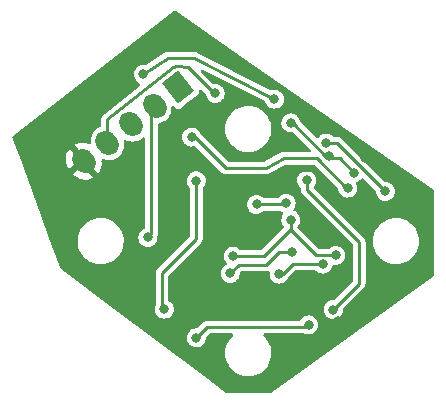
<source format=gbl>
G04 #@! TF.GenerationSoftware,KiCad,Pcbnew,6.0.2+dfsg-1*
G04 #@! TF.CreationDate,2023-01-26T22:51:51-08:00*
G04 #@! TF.ProjectId,rp2040_encoder,72703230-3430-45f6-956e-636f6465722e,rev?*
G04 #@! TF.SameCoordinates,Original*
G04 #@! TF.FileFunction,Copper,L2,Bot*
G04 #@! TF.FilePolarity,Positive*
%FSLAX46Y46*%
G04 Gerber Fmt 4.6, Leading zero omitted, Abs format (unit mm)*
G04 Created by KiCad (PCBNEW 6.0.2+dfsg-1) date 2023-01-26 22:51:51*
%MOMM*%
%LPD*%
G01*
G04 APERTURE LIST*
G04 Aperture macros list*
%AMHorizOval*
0 Thick line with rounded ends*
0 $1 width*
0 $2 $3 position (X,Y) of the first rounded end (center of the circle)*
0 $4 $5 position (X,Y) of the second rounded end (center of the circle)*
0 Add line between two ends*
20,1,$1,$2,$3,$4,$5,0*
0 Add two circle primitives to create the rounded ends*
1,1,$1,$2,$3*
1,1,$1,$4,$5*%
%AMRotRect*
0 Rectangle, with rotation*
0 The origin of the aperture is its center*
0 $1 length*
0 $2 width*
0 $3 Rotation angle, in degrees counterclockwise*
0 Add horizontal line*
21,1,$1,$2,0,0,$3*%
G04 Aperture macros list end*
G04 #@! TA.AperFunction,ComponentPad*
%ADD10RotRect,1.740000X2.200000X218.000000*%
G04 #@! TD*
G04 #@! TA.AperFunction,ComponentPad*
%ADD11HorizOval,1.740000X-0.141602X0.181242X0.141602X-0.181242X0*%
G04 #@! TD*
G04 #@! TA.AperFunction,ViaPad*
%ADD12C,0.800000*%
G04 #@! TD*
G04 #@! TA.AperFunction,Conductor*
%ADD13C,0.250000*%
G04 #@! TD*
G04 APERTURE END LIST*
D10*
X144080000Y-87000000D03*
D11*
X142078453Y-88563780D03*
X140076905Y-90127560D03*
X138075358Y-91691340D03*
X136073811Y-93255121D03*
D12*
X143000000Y-94600000D03*
X143744053Y-107212911D03*
X158912299Y-98087701D03*
X153000000Y-94200000D03*
X159900000Y-93000000D03*
X142800000Y-90800000D03*
X144200000Y-99500000D03*
X146100000Y-102175500D03*
X148597062Y-87384013D03*
X153400000Y-92024500D03*
X157600000Y-106800000D03*
X156100000Y-95250000D03*
X140700000Y-92300000D03*
X157546241Y-103335406D03*
X144931127Y-103355725D03*
X153200000Y-96800000D03*
X150700000Y-96900000D03*
X141500000Y-99700000D03*
X145200000Y-91200000D03*
X158407788Y-95517547D03*
X153600000Y-98200000D03*
X141100000Y-85900000D03*
X152212299Y-87987701D03*
X157400000Y-101200000D03*
X148722259Y-101270984D03*
X152604500Y-102804500D03*
X156323132Y-101953210D03*
X147200000Y-87500000D03*
X161600000Y-95800000D03*
X156600000Y-91700000D03*
X148462498Y-102736246D03*
X153700000Y-100900000D03*
X157200000Y-105800000D03*
X154950000Y-94850000D03*
X145600000Y-108200000D03*
X155100000Y-107100000D03*
X158987701Y-94212299D03*
X156800000Y-92800000D03*
X153600000Y-90000000D03*
X142893039Y-105759789D03*
X145600000Y-94900000D03*
D13*
X156100000Y-95250000D02*
X156100000Y-94400000D01*
X153200000Y-94000000D02*
X153000000Y-94200000D01*
X156100000Y-94400000D02*
X155700000Y-94000000D01*
X155700000Y-94000000D02*
X153200000Y-94000000D01*
X153200000Y-96800000D02*
X153100000Y-96900000D01*
X153100000Y-96900000D02*
X150700000Y-96900000D01*
X158407788Y-95517547D02*
X158312043Y-95517547D01*
X148100000Y-93800000D02*
X145500000Y-91200000D01*
X141800000Y-99400000D02*
X141800000Y-88842233D01*
X155794496Y-93000000D02*
X153000000Y-93000000D01*
X141500000Y-99700000D02*
X141800000Y-99400000D01*
X153000000Y-93000000D02*
X151500000Y-93800000D01*
X141863780Y-88563780D02*
X142078453Y-88563780D01*
X145500000Y-91200000D02*
X145200000Y-91200000D01*
X141800000Y-88842233D02*
X142078453Y-88563780D01*
X158312043Y-95517547D02*
X155794496Y-93000000D01*
X151500000Y-93800000D02*
X148100000Y-93800000D01*
X155700000Y-101200000D02*
X153600000Y-99100000D01*
X148722259Y-101270984D02*
X148751275Y-101300000D01*
X151300000Y-101300000D02*
X153600000Y-99000000D01*
X145400000Y-84500000D02*
X143200000Y-84500000D01*
X153600000Y-99000000D02*
X153600000Y-98200000D01*
X152212299Y-87987701D02*
X145400000Y-84500000D01*
X157400000Y-101200000D02*
X155700000Y-101200000D01*
X153600000Y-99100000D02*
X153600000Y-98200000D01*
X143200000Y-84500000D02*
X141100000Y-85900000D01*
X148751275Y-101300000D02*
X151300000Y-101300000D01*
X156323132Y-101953210D02*
X153746790Y-101953210D01*
X153746790Y-101953210D02*
X152900000Y-102800000D01*
X138075358Y-89700000D02*
X138075358Y-91691340D01*
X138075358Y-89700000D02*
X143600000Y-85300000D01*
X152900000Y-102800000D02*
X152604500Y-102800000D01*
X152604500Y-102800000D02*
X152600000Y-102804500D01*
X147100000Y-87500000D02*
X144873043Y-85273043D01*
X144000000Y-85200000D02*
X144873043Y-85273043D01*
X143600000Y-85300000D02*
X144000000Y-85200000D01*
X147200000Y-87500000D02*
X147100000Y-87500000D01*
X156600000Y-91700000D02*
X157500000Y-91700000D01*
X157500000Y-91700000D02*
X161600000Y-95800000D01*
X152600000Y-100900000D02*
X151500000Y-102000000D01*
X153700000Y-100900000D02*
X152600000Y-100900000D01*
X151500000Y-102000000D02*
X149198744Y-102000000D01*
X149198744Y-102000000D02*
X148462498Y-102736246D01*
X159400000Y-103600000D02*
X157200000Y-105800000D01*
X154950000Y-94850000D02*
X154950000Y-95650000D01*
X159400000Y-100100000D02*
X159400000Y-103600000D01*
X154950000Y-95650000D02*
X159400000Y-100100000D01*
X146500000Y-107300000D02*
X145600000Y-108200000D01*
X154900000Y-107300000D02*
X146500000Y-107300000D01*
X155100000Y-107100000D02*
X154900000Y-107300000D01*
X157725882Y-92950480D02*
X156700480Y-92950480D01*
X156700480Y-92950480D02*
X153750000Y-90000000D01*
X153750000Y-90000000D02*
X153600000Y-90000000D01*
X158987701Y-94212299D02*
X157725882Y-92950480D01*
X145600000Y-94900000D02*
X145600000Y-99800000D01*
X142700000Y-102700000D02*
X142700000Y-105566750D01*
X142700000Y-105566750D02*
X142893039Y-105759789D01*
X145600000Y-99800000D02*
X142700000Y-102700000D01*
G04 #@! TA.AperFunction,Conductor*
G36*
X143825709Y-80539920D02*
G01*
X143838659Y-80547774D01*
X150436475Y-85113227D01*
X165695696Y-95672064D01*
X165740332Y-95727274D01*
X165750000Y-95775677D01*
X165750000Y-102830132D01*
X165729998Y-102898253D01*
X165697489Y-102932481D01*
X151904209Y-112836349D01*
X151830720Y-112860000D01*
X148175465Y-112860000D01*
X148107344Y-112839998D01*
X148099820Y-112834766D01*
X146255864Y-111450500D01*
X141910948Y-108188753D01*
X144794514Y-108188753D01*
X144795201Y-108195760D01*
X144795201Y-108195763D01*
X144796285Y-108206817D01*
X144812039Y-108367486D01*
X144814262Y-108374168D01*
X144814262Y-108374169D01*
X144847685Y-108474642D01*
X144868726Y-108537896D01*
X144961759Y-108691512D01*
X144966648Y-108696575D01*
X144966649Y-108696576D01*
X144996584Y-108727574D01*
X145086514Y-108820699D01*
X145236789Y-108919036D01*
X145405116Y-108981636D01*
X145412097Y-108982567D01*
X145412099Y-108982568D01*
X145576149Y-109004457D01*
X145576153Y-109004457D01*
X145583130Y-109005388D01*
X145590142Y-109004750D01*
X145590146Y-109004750D01*
X145754960Y-108989751D01*
X145754961Y-108989751D01*
X145761981Y-108989112D01*
X145932782Y-108933615D01*
X145963714Y-108915176D01*
X146080992Y-108845265D01*
X146080994Y-108845264D01*
X146087044Y-108841657D01*
X146217099Y-108717807D01*
X146234570Y-108691512D01*
X146312582Y-108574093D01*
X146316483Y-108568222D01*
X146331168Y-108529564D01*
X146377757Y-108406919D01*
X146377758Y-108406914D01*
X146380257Y-108400336D01*
X146385859Y-108360476D01*
X146404700Y-108226416D01*
X146404700Y-108226411D01*
X146405251Y-108222493D01*
X146405565Y-108200000D01*
X146405165Y-108196435D01*
X146421799Y-108127498D01*
X146441901Y-108101268D01*
X146680764Y-107862405D01*
X146743076Y-107828379D01*
X146769859Y-107825500D01*
X148612924Y-107825500D01*
X148681045Y-107845502D01*
X148727538Y-107899158D01*
X148737642Y-107969432D01*
X148708148Y-108034012D01*
X148701333Y-108041276D01*
X148533171Y-108206817D01*
X148365594Y-108426396D01*
X148230627Y-108667396D01*
X148229023Y-108671541D01*
X148229022Y-108671544D01*
X148208967Y-108723384D01*
X148130964Y-108925009D01*
X148129961Y-108929334D01*
X148129960Y-108929339D01*
X148112549Y-109004457D01*
X148068593Y-109194095D01*
X148044759Y-109469285D01*
X148045003Y-109473720D01*
X148045003Y-109473724D01*
X148048384Y-109535147D01*
X148059938Y-109745087D01*
X148113825Y-110015999D01*
X148205347Y-110276616D01*
X148332678Y-110521737D01*
X148335261Y-110525352D01*
X148335265Y-110525358D01*
X148372272Y-110577144D01*
X148493275Y-110746471D01*
X148683936Y-110946335D01*
X148687431Y-110949091D01*
X148687433Y-110949092D01*
X148735469Y-110986960D01*
X148900856Y-111117341D01*
X148962559Y-111153181D01*
X149135853Y-111253839D01*
X149135859Y-111253842D01*
X149139707Y-111256077D01*
X149395723Y-111359774D01*
X149400036Y-111360845D01*
X149400041Y-111360847D01*
X149659475Y-111425291D01*
X149659480Y-111425292D01*
X149663796Y-111426364D01*
X149668224Y-111426818D01*
X149668226Y-111426818D01*
X149743339Y-111434514D01*
X149899370Y-111450500D01*
X150070362Y-111450500D01*
X150275530Y-111435973D01*
X150279885Y-111435035D01*
X150279888Y-111435035D01*
X150541215Y-111378773D01*
X150541217Y-111378773D01*
X150545562Y-111377837D01*
X150804709Y-111282233D01*
X150853185Y-111256077D01*
X151043884Y-111153181D01*
X151047800Y-111151068D01*
X151269984Y-110986960D01*
X151466829Y-110793183D01*
X151634406Y-110573604D01*
X151769373Y-110332604D01*
X151869036Y-110074991D01*
X151931407Y-109805905D01*
X151955241Y-109530715D01*
X151954997Y-109526276D01*
X151940307Y-109259356D01*
X151940306Y-109259349D01*
X151940062Y-109254913D01*
X151886175Y-108984001D01*
X151794653Y-108723384D01*
X151667322Y-108478263D01*
X151664739Y-108474648D01*
X151664735Y-108474642D01*
X151509313Y-108257150D01*
X151509310Y-108257146D01*
X151506725Y-108253529D01*
X151316064Y-108053665D01*
X151312571Y-108050912D01*
X151312563Y-108050904D01*
X151311984Y-108050448D01*
X151311843Y-108050249D01*
X151309272Y-108047910D01*
X151309783Y-108047349D01*
X151270872Y-107992566D01*
X151267580Y-107921646D01*
X151303153Y-107860204D01*
X151366297Y-107827748D01*
X151389992Y-107825500D01*
X154731498Y-107825500D01*
X154775418Y-107833402D01*
X154905116Y-107881636D01*
X154912097Y-107882567D01*
X154912099Y-107882568D01*
X155076149Y-107904457D01*
X155076153Y-107904457D01*
X155083130Y-107905388D01*
X155090142Y-107904750D01*
X155090146Y-107904750D01*
X155254960Y-107889751D01*
X155254961Y-107889751D01*
X155261981Y-107889112D01*
X155432782Y-107833615D01*
X155446395Y-107825500D01*
X155580992Y-107745265D01*
X155580994Y-107745264D01*
X155587044Y-107741657D01*
X155717099Y-107617807D01*
X155816483Y-107468222D01*
X155844225Y-107395191D01*
X155877757Y-107306919D01*
X155877758Y-107306914D01*
X155880257Y-107300336D01*
X155905251Y-107122493D01*
X155905565Y-107100000D01*
X155885546Y-106921528D01*
X155862376Y-106854991D01*
X155840617Y-106792509D01*
X155826485Y-106751927D01*
X155731316Y-106599625D01*
X155653726Y-106521492D01*
X155609733Y-106477190D01*
X155609729Y-106477187D01*
X155604770Y-106472193D01*
X155593761Y-106465206D01*
X155529708Y-106424557D01*
X155453136Y-106375963D01*
X155423352Y-106365357D01*
X155290586Y-106318081D01*
X155290581Y-106318080D01*
X155283951Y-106315719D01*
X155276965Y-106314886D01*
X155276961Y-106314885D01*
X155123411Y-106296576D01*
X155105624Y-106294455D01*
X155098621Y-106295191D01*
X155098620Y-106295191D01*
X154934025Y-106312490D01*
X154934021Y-106312491D01*
X154927017Y-106313227D01*
X154920346Y-106315498D01*
X154763677Y-106368832D01*
X154763674Y-106368833D01*
X154757007Y-106371103D01*
X154751009Y-106374793D01*
X154751007Y-106374794D01*
X154684628Y-106415631D01*
X154604045Y-106465206D01*
X154599014Y-106470132D01*
X154599011Y-106470135D01*
X154578933Y-106489797D01*
X154475732Y-106590859D01*
X154471915Y-106596782D01*
X154394597Y-106716756D01*
X154340882Y-106763180D01*
X154288686Y-106774500D01*
X146514426Y-106774500D01*
X146509149Y-106774389D01*
X146508553Y-106774364D01*
X146450081Y-106771913D01*
X146441715Y-106773875D01*
X146441716Y-106773875D01*
X146409908Y-106781335D01*
X146398238Y-106783498D01*
X146357354Y-106789099D01*
X146349474Y-106792509D01*
X146344649Y-106794597D01*
X146323380Y-106801631D01*
X146318271Y-106802829D01*
X146318269Y-106802830D01*
X146309907Y-106804791D01*
X146302381Y-106808929D01*
X146302377Y-106808930D01*
X146273747Y-106824670D01*
X146263102Y-106829886D01*
X146225217Y-106846280D01*
X146218540Y-106851687D01*
X146214460Y-106854991D01*
X146195870Y-106867483D01*
X146183737Y-106874153D01*
X146175995Y-106880836D01*
X146152791Y-106904040D01*
X146142991Y-106912865D01*
X146113325Y-106936888D01*
X146103194Y-106951144D01*
X146089587Y-106967244D01*
X145698473Y-107358358D01*
X145636161Y-107392384D01*
X145610570Y-107395045D01*
X145605624Y-107394455D01*
X145598621Y-107395191D01*
X145598620Y-107395191D01*
X145434025Y-107412490D01*
X145434021Y-107412491D01*
X145427017Y-107413227D01*
X145420346Y-107415498D01*
X145263677Y-107468832D01*
X145263674Y-107468833D01*
X145257007Y-107471103D01*
X145104045Y-107565206D01*
X145099014Y-107570132D01*
X145099011Y-107570135D01*
X145056326Y-107611936D01*
X144975732Y-107690859D01*
X144971913Y-107696784D01*
X144971912Y-107696786D01*
X144888962Y-107825500D01*
X144878446Y-107841817D01*
X144876037Y-107848437D01*
X144876035Y-107848440D01*
X144855647Y-107904457D01*
X144817022Y-108010578D01*
X144794514Y-108188753D01*
X141910948Y-108188753D01*
X138660385Y-105748542D01*
X142087553Y-105748542D01*
X142088240Y-105755549D01*
X142088240Y-105755552D01*
X142094416Y-105818532D01*
X142105078Y-105927275D01*
X142107301Y-105933957D01*
X142107301Y-105933958D01*
X142131572Y-106006919D01*
X142161765Y-106097685D01*
X142165412Y-106103707D01*
X142204484Y-106168222D01*
X142254798Y-106251301D01*
X142259687Y-106256364D01*
X142259688Y-106256365D01*
X142316201Y-106314885D01*
X142379553Y-106380488D01*
X142529828Y-106478825D01*
X142698155Y-106541425D01*
X142705136Y-106542356D01*
X142705138Y-106542357D01*
X142869188Y-106564246D01*
X142869192Y-106564246D01*
X142876169Y-106565177D01*
X142883181Y-106564539D01*
X142883185Y-106564539D01*
X143047999Y-106549540D01*
X143048000Y-106549540D01*
X143055020Y-106548901D01*
X143225821Y-106493404D01*
X143250278Y-106478825D01*
X143374031Y-106405054D01*
X143374033Y-106405053D01*
X143380083Y-106401446D01*
X143510138Y-106277596D01*
X143527609Y-106251301D01*
X143605621Y-106133882D01*
X143609522Y-106128011D01*
X143655521Y-106006919D01*
X143670796Y-105966708D01*
X143670797Y-105966703D01*
X143673296Y-105960125D01*
X143678898Y-105920265D01*
X143697739Y-105786205D01*
X143697739Y-105786200D01*
X143698290Y-105782282D01*
X143698604Y-105759789D01*
X143678585Y-105581317D01*
X143672465Y-105563741D01*
X143652475Y-105506338D01*
X143619524Y-105411716D01*
X143610284Y-105396928D01*
X143528088Y-105265388D01*
X143524355Y-105259414D01*
X143427137Y-105161515D01*
X143402772Y-105136979D01*
X143402768Y-105136976D01*
X143397809Y-105131982D01*
X143283985Y-105059747D01*
X143237187Y-105006359D01*
X143225500Y-104953363D01*
X143225500Y-102969859D01*
X143245502Y-102901738D01*
X143262405Y-102880764D01*
X143418170Y-102724999D01*
X147657012Y-102724999D01*
X147657699Y-102732006D01*
X147657699Y-102732009D01*
X147658773Y-102742961D01*
X147674537Y-102903732D01*
X147676760Y-102910414D01*
X147676760Y-102910415D01*
X147685632Y-102937084D01*
X147731224Y-103074142D01*
X147734871Y-103080164D01*
X147794482Y-103178593D01*
X147824257Y-103227758D01*
X147949012Y-103356945D01*
X148099287Y-103455282D01*
X148267614Y-103517882D01*
X148274595Y-103518813D01*
X148274597Y-103518814D01*
X148438647Y-103540703D01*
X148438651Y-103540703D01*
X148445628Y-103541634D01*
X148452640Y-103540996D01*
X148452644Y-103540996D01*
X148617458Y-103525997D01*
X148617459Y-103525997D01*
X148624479Y-103525358D01*
X148795280Y-103469861D01*
X148863730Y-103429057D01*
X148943490Y-103381511D01*
X148943492Y-103381510D01*
X148949542Y-103377903D01*
X149079597Y-103254053D01*
X149097068Y-103227758D01*
X149175080Y-103110339D01*
X149178981Y-103104468D01*
X149226768Y-102978669D01*
X149240255Y-102943165D01*
X149240256Y-102943160D01*
X149242755Y-102936582D01*
X149256164Y-102841170D01*
X149267198Y-102762662D01*
X149267198Y-102762657D01*
X149267749Y-102758739D01*
X149268063Y-102736246D01*
X149267663Y-102732681D01*
X149284297Y-102663744D01*
X149304399Y-102637514D01*
X149379508Y-102562405D01*
X149441820Y-102528379D01*
X149468603Y-102525500D01*
X151485565Y-102525500D01*
X151490842Y-102525611D01*
X151549919Y-102528087D01*
X151590105Y-102518662D01*
X151601771Y-102516500D01*
X151634136Y-102512067D01*
X151634138Y-102512066D01*
X151642646Y-102510901D01*
X151650528Y-102507490D01*
X151658802Y-102505180D01*
X151659774Y-102508661D01*
X151713514Y-102502026D01*
X151777493Y-102532803D01*
X151814676Y-102593284D01*
X151818102Y-102642152D01*
X151799014Y-102793253D01*
X151816539Y-102971986D01*
X151818762Y-102978668D01*
X151818762Y-102978669D01*
X151864605Y-103116479D01*
X151873226Y-103142396D01*
X151876873Y-103148418D01*
X151940848Y-103254053D01*
X151966259Y-103296012D01*
X151971148Y-103301075D01*
X151971149Y-103301076D01*
X152028827Y-103360803D01*
X152091014Y-103425199D01*
X152241289Y-103523536D01*
X152409616Y-103586136D01*
X152416597Y-103587067D01*
X152416599Y-103587068D01*
X152580649Y-103608957D01*
X152580653Y-103608957D01*
X152587630Y-103609888D01*
X152594642Y-103609250D01*
X152594646Y-103609250D01*
X152759460Y-103594251D01*
X152759461Y-103594251D01*
X152766481Y-103593612D01*
X152937282Y-103538115D01*
X152969660Y-103518814D01*
X153085492Y-103449765D01*
X153085494Y-103449764D01*
X153091544Y-103446157D01*
X153221599Y-103322307D01*
X153239070Y-103296012D01*
X153284719Y-103227303D01*
X153320983Y-103172722D01*
X153342348Y-103116479D01*
X153371041Y-103072128D01*
X153927554Y-102515615D01*
X153989866Y-102481589D01*
X154016649Y-102478710D01*
X155664229Y-102478710D01*
X155732350Y-102498712D01*
X155754866Y-102517183D01*
X155809646Y-102573909D01*
X155959921Y-102672246D01*
X156128248Y-102734846D01*
X156135229Y-102735777D01*
X156135231Y-102735778D01*
X156299281Y-102757667D01*
X156299285Y-102757667D01*
X156306262Y-102758598D01*
X156313274Y-102757960D01*
X156313278Y-102757960D01*
X156478092Y-102742961D01*
X156478093Y-102742961D01*
X156485113Y-102742322D01*
X156655914Y-102686825D01*
X156694633Y-102663744D01*
X156804124Y-102598475D01*
X156804126Y-102598474D01*
X156810176Y-102594867D01*
X156940231Y-102471017D01*
X156945604Y-102462931D01*
X157020165Y-102350707D01*
X157039615Y-102321432D01*
X157077320Y-102222173D01*
X157100889Y-102160129D01*
X157100890Y-102160124D01*
X157103389Y-102153546D01*
X157111563Y-102095382D01*
X157140851Y-102030709D01*
X157200454Y-101992135D01*
X157253000Y-101988025D01*
X157282536Y-101991966D01*
X157376149Y-102004457D01*
X157376153Y-102004457D01*
X157383130Y-102005388D01*
X157390142Y-102004750D01*
X157390146Y-102004750D01*
X157554960Y-101989751D01*
X157554961Y-101989751D01*
X157561981Y-101989112D01*
X157732782Y-101933615D01*
X157826351Y-101877837D01*
X157880992Y-101845265D01*
X157880994Y-101845264D01*
X157887044Y-101841657D01*
X158017099Y-101717807D01*
X158116483Y-101568222D01*
X158134535Y-101520699D01*
X158177757Y-101406919D01*
X158177758Y-101406914D01*
X158180257Y-101400336D01*
X158194876Y-101296314D01*
X158204700Y-101226416D01*
X158204700Y-101226411D01*
X158205251Y-101222493D01*
X158205565Y-101200000D01*
X158185546Y-101021528D01*
X158126485Y-100851927D01*
X158079426Y-100776616D01*
X158035049Y-100705599D01*
X158031316Y-100699625D01*
X157911663Y-100579134D01*
X157909733Y-100577190D01*
X157909729Y-100577187D01*
X157904770Y-100572193D01*
X157893761Y-100565206D01*
X157822831Y-100520193D01*
X157753136Y-100475963D01*
X157723352Y-100465357D01*
X157590586Y-100418081D01*
X157590581Y-100418080D01*
X157583951Y-100415719D01*
X157576965Y-100414886D01*
X157576961Y-100414885D01*
X157449177Y-100399648D01*
X157405624Y-100394455D01*
X157398621Y-100395191D01*
X157398620Y-100395191D01*
X157234025Y-100412490D01*
X157234021Y-100412491D01*
X157227017Y-100413227D01*
X157220346Y-100415498D01*
X157063677Y-100468832D01*
X157063674Y-100468833D01*
X157057007Y-100471103D01*
X157051009Y-100474793D01*
X157051007Y-100474794D01*
X157031274Y-100486934D01*
X156904045Y-100565206D01*
X156829173Y-100638526D01*
X156766510Y-100671894D01*
X156741018Y-100674500D01*
X155969859Y-100674500D01*
X155901738Y-100654498D01*
X155880764Y-100637595D01*
X154177207Y-98934038D01*
X154143181Y-98871726D01*
X154148246Y-98800911D01*
X154179410Y-98753698D01*
X154211995Y-98722668D01*
X154211997Y-98722666D01*
X154217099Y-98717807D01*
X154316483Y-98568222D01*
X154337445Y-98513040D01*
X154377757Y-98406919D01*
X154377758Y-98406914D01*
X154380257Y-98400336D01*
X154385859Y-98360476D01*
X154404700Y-98226416D01*
X154404700Y-98226411D01*
X154405251Y-98222493D01*
X154405565Y-98200000D01*
X154385546Y-98021528D01*
X154326485Y-97851927D01*
X154231316Y-97699625D01*
X154153726Y-97621492D01*
X154109733Y-97577190D01*
X154109729Y-97577187D01*
X154104770Y-97572193D01*
X153953136Y-97475963D01*
X153910079Y-97460631D01*
X153852615Y-97418937D01*
X153826814Y-97352795D01*
X153840869Y-97283203D01*
X153847397Y-97272205D01*
X153912582Y-97174093D01*
X153916483Y-97168222D01*
X153931168Y-97129564D01*
X153977757Y-97006919D01*
X153977758Y-97006914D01*
X153980257Y-97000336D01*
X154005251Y-96822493D01*
X154005565Y-96800000D01*
X153985546Y-96621528D01*
X153979926Y-96605388D01*
X153954932Y-96533615D01*
X153926485Y-96451927D01*
X153888326Y-96390859D01*
X153835049Y-96305599D01*
X153831316Y-96299625D01*
X153712267Y-96179742D01*
X153709733Y-96177190D01*
X153709729Y-96177187D01*
X153704770Y-96172193D01*
X153693761Y-96165206D01*
X153614467Y-96114885D01*
X153553136Y-96075963D01*
X153523352Y-96065357D01*
X153390586Y-96018081D01*
X153390581Y-96018080D01*
X153383951Y-96015719D01*
X153376965Y-96014886D01*
X153376961Y-96014885D01*
X153249177Y-95999648D01*
X153205624Y-95994455D01*
X153198621Y-95995191D01*
X153198620Y-95995191D01*
X153034025Y-96012490D01*
X153034021Y-96012491D01*
X153027017Y-96013227D01*
X153020346Y-96015498D01*
X152863677Y-96068832D01*
X152863674Y-96068833D01*
X152857007Y-96071103D01*
X152851009Y-96074793D01*
X152851007Y-96074794D01*
X152785840Y-96114885D01*
X152704045Y-96165206D01*
X152699014Y-96170132D01*
X152699011Y-96170135D01*
X152693060Y-96175963D01*
X152575732Y-96290859D01*
X152571915Y-96296782D01*
X152559043Y-96316756D01*
X152505328Y-96363180D01*
X152453132Y-96374500D01*
X151358815Y-96374500D01*
X151290694Y-96354498D01*
X151269410Y-96337284D01*
X151209738Y-96277195D01*
X151209734Y-96277192D01*
X151204770Y-96272193D01*
X151193761Y-96265206D01*
X151142575Y-96232723D01*
X151053136Y-96175963D01*
X151006071Y-96159204D01*
X150890586Y-96118081D01*
X150890581Y-96118080D01*
X150883951Y-96115719D01*
X150876965Y-96114886D01*
X150876961Y-96114885D01*
X150749177Y-96099648D01*
X150705624Y-96094455D01*
X150698621Y-96095191D01*
X150698620Y-96095191D01*
X150534025Y-96112490D01*
X150534021Y-96112491D01*
X150527017Y-96113227D01*
X150520346Y-96115498D01*
X150363677Y-96168832D01*
X150363674Y-96168833D01*
X150357007Y-96171103D01*
X150351009Y-96174793D01*
X150351007Y-96174794D01*
X150280526Y-96218154D01*
X150204045Y-96265206D01*
X150199014Y-96270132D01*
X150199011Y-96270135D01*
X150162797Y-96305599D01*
X150075732Y-96390859D01*
X150071913Y-96396784D01*
X150071912Y-96396786D01*
X150036376Y-96451927D01*
X149978446Y-96541817D01*
X149976037Y-96548437D01*
X149976035Y-96548440D01*
X149963953Y-96581636D01*
X149917022Y-96710578D01*
X149894514Y-96888753D01*
X149912039Y-97067486D01*
X149968726Y-97237896D01*
X150061759Y-97391512D01*
X150066648Y-97396575D01*
X150066649Y-97396576D01*
X150088243Y-97418937D01*
X150186514Y-97520699D01*
X150336789Y-97619036D01*
X150505116Y-97681636D01*
X150512097Y-97682567D01*
X150512099Y-97682568D01*
X150676149Y-97704457D01*
X150676153Y-97704457D01*
X150683130Y-97705388D01*
X150690142Y-97704750D01*
X150690146Y-97704750D01*
X150854960Y-97689751D01*
X150854961Y-97689751D01*
X150861981Y-97689112D01*
X151032782Y-97633615D01*
X151119695Y-97581805D01*
X151180992Y-97545265D01*
X151180994Y-97545264D01*
X151187044Y-97541657D01*
X151272525Y-97460254D01*
X151335651Y-97427762D01*
X151359418Y-97425500D01*
X152656289Y-97425500D01*
X152725282Y-97446068D01*
X152836789Y-97519036D01*
X152884553Y-97536799D01*
X152891310Y-97539312D01*
X152948186Y-97581805D01*
X152973060Y-97648301D01*
X152958035Y-97717690D01*
X152953301Y-97725665D01*
X152878446Y-97841817D01*
X152817022Y-98010578D01*
X152794514Y-98188753D01*
X152795201Y-98195760D01*
X152795201Y-98195763D01*
X152796005Y-98203963D01*
X152812039Y-98367486D01*
X152814262Y-98374168D01*
X152814262Y-98374169D01*
X152860458Y-98513040D01*
X152868726Y-98537896D01*
X152961759Y-98691512D01*
X152966655Y-98696582D01*
X152975750Y-98706000D01*
X153008683Y-98768896D01*
X153002383Y-98839613D01*
X152974209Y-98882622D01*
X151119236Y-100737595D01*
X151056924Y-100771621D01*
X151030141Y-100774500D01*
X149409888Y-100774500D01*
X149341767Y-100754498D01*
X149320482Y-100737284D01*
X149231992Y-100648174D01*
X149231988Y-100648171D01*
X149227029Y-100643177D01*
X149218234Y-100637595D01*
X149169119Y-100606426D01*
X149075395Y-100546947D01*
X149045611Y-100536341D01*
X148912845Y-100489065D01*
X148912840Y-100489064D01*
X148906210Y-100486703D01*
X148899224Y-100485870D01*
X148899220Y-100485869D01*
X148771436Y-100470632D01*
X148727883Y-100465439D01*
X148720880Y-100466175D01*
X148720879Y-100466175D01*
X148556284Y-100483474D01*
X148556280Y-100483475D01*
X148549276Y-100484211D01*
X148542605Y-100486482D01*
X148385936Y-100539816D01*
X148385933Y-100539817D01*
X148379266Y-100542087D01*
X148373268Y-100545777D01*
X148373266Y-100545778D01*
X148333681Y-100570131D01*
X148226304Y-100636190D01*
X148221273Y-100641116D01*
X148221270Y-100641119D01*
X148214066Y-100648174D01*
X148097991Y-100761843D01*
X148094172Y-100767768D01*
X148094171Y-100767770D01*
X148008955Y-100900000D01*
X148000705Y-100912801D01*
X147998296Y-100919421D01*
X147998294Y-100919424D01*
X147969993Y-100997182D01*
X147939281Y-101081562D01*
X147916773Y-101259737D01*
X147917460Y-101266744D01*
X147917460Y-101266747D01*
X147920052Y-101293183D01*
X147934298Y-101438470D01*
X147936521Y-101445152D01*
X147936521Y-101445153D01*
X147984232Y-101588578D01*
X147990985Y-101608880D01*
X147994632Y-101614902D01*
X148080131Y-101756077D01*
X148084018Y-101762496D01*
X148088907Y-101767559D01*
X148088908Y-101767560D01*
X148136712Y-101817062D01*
X148169644Y-101879958D01*
X148163344Y-101950675D01*
X148119812Y-102006759D01*
X148112108Y-102011900D01*
X147966543Y-102101452D01*
X147961512Y-102106378D01*
X147961509Y-102106381D01*
X147920467Y-102146573D01*
X147838230Y-102227105D01*
X147834411Y-102233030D01*
X147834410Y-102233032D01*
X147744763Y-102372137D01*
X147740944Y-102378063D01*
X147738535Y-102384683D01*
X147738533Y-102384686D01*
X147715637Y-102447594D01*
X147679520Y-102546824D01*
X147657012Y-102724999D01*
X143418170Y-102724999D01*
X144608630Y-101534540D01*
X145961377Y-100181793D01*
X145965186Y-100178140D01*
X146002385Y-100143934D01*
X146008712Y-100138116D01*
X146030458Y-100103044D01*
X146037178Y-100093266D01*
X146056934Y-100067238D01*
X146056935Y-100067237D01*
X146062127Y-100060396D01*
X146067222Y-100047526D01*
X146077286Y-100027518D01*
X146084582Y-100015750D01*
X146086977Y-100007507D01*
X146086980Y-100007500D01*
X146096101Y-99976107D01*
X146099945Y-99964880D01*
X146111968Y-99934513D01*
X146111969Y-99934511D01*
X146115129Y-99926528D01*
X146116026Y-99917991D01*
X146116028Y-99917984D01*
X146116577Y-99912761D01*
X146120888Y-99890784D01*
X146122911Y-99883822D01*
X146122911Y-99883820D01*
X146124751Y-99877488D01*
X146125500Y-99867288D01*
X146125500Y-99834462D01*
X146126190Y-99821291D01*
X146129281Y-99791881D01*
X146130179Y-99783339D01*
X146128660Y-99774354D01*
X146127264Y-99766103D01*
X146125500Y-99745091D01*
X146125500Y-95559039D01*
X146145502Y-95490918D01*
X146164604Y-95467797D01*
X146217099Y-95417807D01*
X146316483Y-95268222D01*
X146337115Y-95213908D01*
X146377757Y-95106919D01*
X146377758Y-95106914D01*
X146380257Y-95100336D01*
X146383151Y-95079742D01*
X146404700Y-94926416D01*
X146404700Y-94926411D01*
X146405251Y-94922493D01*
X146405565Y-94900000D01*
X146398695Y-94838753D01*
X154144514Y-94838753D01*
X154145201Y-94845760D01*
X154145201Y-94845763D01*
X154150104Y-94895763D01*
X154162039Y-95017486D01*
X154164262Y-95024168D01*
X154164262Y-95024169D01*
X154215165Y-95177190D01*
X154218726Y-95187896D01*
X154222373Y-95193918D01*
X154270929Y-95274093D01*
X154311759Y-95341512D01*
X154316648Y-95346575D01*
X154316649Y-95346576D01*
X154389137Y-95421639D01*
X154422069Y-95484535D01*
X154424500Y-95509166D01*
X154424500Y-95635565D01*
X154424389Y-95640841D01*
X154421913Y-95699919D01*
X154431337Y-95740097D01*
X154433500Y-95751771D01*
X154436775Y-95775677D01*
X154439099Y-95792646D01*
X154442510Y-95800527D01*
X154442510Y-95800529D01*
X154444595Y-95805347D01*
X154451627Y-95826610D01*
X154452828Y-95831729D01*
X154454790Y-95840093D01*
X154474681Y-95876275D01*
X154479888Y-95886905D01*
X154496280Y-95924783D01*
X154501686Y-95931459D01*
X154501687Y-95931461D01*
X154504992Y-95935542D01*
X154517480Y-95954126D01*
X154524153Y-95966263D01*
X154530836Y-95974005D01*
X154554040Y-95997209D01*
X154562865Y-96007009D01*
X154586888Y-96036675D01*
X154601144Y-96046806D01*
X154617244Y-96060413D01*
X158837595Y-100280765D01*
X158871621Y-100343077D01*
X158874500Y-100369860D01*
X158874500Y-103330140D01*
X158854498Y-103398261D01*
X158837595Y-103419235D01*
X157298473Y-104958358D01*
X157236161Y-104992383D01*
X157210570Y-104995045D01*
X157205624Y-104994455D01*
X157198621Y-104995191D01*
X157198620Y-104995191D01*
X157034025Y-105012490D01*
X157034021Y-105012491D01*
X157027017Y-105013227D01*
X157020346Y-105015498D01*
X156863677Y-105068832D01*
X156863674Y-105068833D01*
X156857007Y-105071103D01*
X156704045Y-105165206D01*
X156699014Y-105170132D01*
X156699011Y-105170135D01*
X156636883Y-105230976D01*
X156575732Y-105290859D01*
X156478446Y-105441817D01*
X156417022Y-105610578D01*
X156394514Y-105788753D01*
X156395201Y-105795760D01*
X156395201Y-105795763D01*
X156397434Y-105818532D01*
X156412039Y-105967486D01*
X156414262Y-105974168D01*
X156414262Y-105974169D01*
X156463247Y-106121424D01*
X156468726Y-106137896D01*
X156472373Y-106143918D01*
X156549776Y-106271725D01*
X156561759Y-106291512D01*
X156566648Y-106296575D01*
X156566649Y-106296576D01*
X156591844Y-106322666D01*
X156686514Y-106420699D01*
X156836789Y-106519036D01*
X157005116Y-106581636D01*
X157012097Y-106582567D01*
X157012099Y-106582568D01*
X157176149Y-106604457D01*
X157176153Y-106604457D01*
X157183130Y-106605388D01*
X157190142Y-106604750D01*
X157190146Y-106604750D01*
X157354960Y-106589751D01*
X157354961Y-106589751D01*
X157361981Y-106589112D01*
X157505877Y-106542357D01*
X157526082Y-106535792D01*
X157532782Y-106533615D01*
X157624694Y-106478825D01*
X157680992Y-106445265D01*
X157680994Y-106445264D01*
X157687044Y-106441657D01*
X157817099Y-106317807D01*
X157834570Y-106291512D01*
X157912582Y-106174093D01*
X157916483Y-106168222D01*
X157945815Y-106091006D01*
X157977757Y-106006919D01*
X157977758Y-106006914D01*
X157980257Y-106000336D01*
X158005251Y-105822493D01*
X158005565Y-105800000D01*
X158005165Y-105796435D01*
X158021799Y-105727498D01*
X158041901Y-105701268D01*
X159761364Y-103981805D01*
X159765173Y-103978152D01*
X159802385Y-103943934D01*
X159808712Y-103938116D01*
X159830465Y-103903032D01*
X159837182Y-103893260D01*
X159856935Y-103867236D01*
X159862128Y-103860395D01*
X159867224Y-103847524D01*
X159877292Y-103827507D01*
X159880056Y-103823049D01*
X159884582Y-103815750D01*
X159896094Y-103776126D01*
X159899939Y-103764897D01*
X159911968Y-103734514D01*
X159911968Y-103734512D01*
X159915130Y-103726527D01*
X159916577Y-103712758D01*
X159920890Y-103690776D01*
X159922908Y-103683830D01*
X159924751Y-103677488D01*
X159925500Y-103667288D01*
X159925500Y-103634471D01*
X159926190Y-103621300D01*
X159929282Y-103591882D01*
X159930180Y-103583338D01*
X159927265Y-103566104D01*
X159925500Y-103545091D01*
X159925500Y-100114426D01*
X159925611Y-100109149D01*
X159926072Y-100098154D01*
X159928087Y-100050081D01*
X159918665Y-100009908D01*
X159916502Y-99998239D01*
X159915887Y-99993747D01*
X159912536Y-99969285D01*
X160544759Y-99969285D01*
X160545003Y-99973720D01*
X160545003Y-99973724D01*
X160558437Y-100217807D01*
X160559938Y-100245087D01*
X160589649Y-100394455D01*
X160608468Y-100489065D01*
X160613825Y-100515999D01*
X160705347Y-100776616D01*
X160832678Y-101021737D01*
X160835261Y-101025352D01*
X160835265Y-101025358D01*
X160990687Y-101242850D01*
X160993275Y-101246471D01*
X161037836Y-101293183D01*
X161166169Y-101427710D01*
X161183936Y-101446335D01*
X161187431Y-101449091D01*
X161187433Y-101449092D01*
X161271838Y-101515631D01*
X161400856Y-101617341D01*
X161462559Y-101653181D01*
X161635853Y-101753839D01*
X161635859Y-101753842D01*
X161639707Y-101756077D01*
X161895723Y-101859774D01*
X161900036Y-101860845D01*
X161900041Y-101860847D01*
X162159475Y-101925291D01*
X162159480Y-101925292D01*
X162163796Y-101926364D01*
X162168224Y-101926818D01*
X162168226Y-101926818D01*
X162199362Y-101930008D01*
X162399370Y-101950500D01*
X162570362Y-101950500D01*
X162775530Y-101935973D01*
X162779885Y-101935035D01*
X162779888Y-101935035D01*
X163041215Y-101878773D01*
X163041217Y-101878773D01*
X163045562Y-101877837D01*
X163304709Y-101782233D01*
X163353185Y-101756077D01*
X163543884Y-101653181D01*
X163547800Y-101651068D01*
X163769984Y-101486960D01*
X163812099Y-101445502D01*
X163963648Y-101296314D01*
X163966829Y-101293183D01*
X164134406Y-101073604D01*
X164136584Y-101069715D01*
X164267197Y-100836490D01*
X164267198Y-100836487D01*
X164269373Y-100832604D01*
X164294456Y-100767770D01*
X164367433Y-100579134D01*
X164369036Y-100574991D01*
X164370163Y-100570131D01*
X164410689Y-100395289D01*
X164431407Y-100305905D01*
X164455241Y-100030715D01*
X164454819Y-100023046D01*
X164440307Y-99759356D01*
X164440306Y-99759349D01*
X164440062Y-99754913D01*
X164391896Y-99512761D01*
X164387043Y-99488364D01*
X164387042Y-99488362D01*
X164386175Y-99484001D01*
X164294653Y-99223384D01*
X164167322Y-98978263D01*
X164164739Y-98974648D01*
X164164735Y-98974642D01*
X164009313Y-98757150D01*
X164009310Y-98757146D01*
X164006725Y-98753529D01*
X163911395Y-98653597D01*
X163819136Y-98556885D01*
X163819134Y-98556883D01*
X163816064Y-98553665D01*
X163787589Y-98531217D01*
X163602639Y-98385414D01*
X163602637Y-98385413D01*
X163599144Y-98382659D01*
X163486609Y-98317294D01*
X163364147Y-98246161D01*
X163364141Y-98246158D01*
X163360293Y-98243923D01*
X163104277Y-98140226D01*
X163099964Y-98139155D01*
X163099959Y-98139153D01*
X162840525Y-98074709D01*
X162840520Y-98074708D01*
X162836204Y-98073636D01*
X162831776Y-98073182D01*
X162831774Y-98073182D01*
X162751573Y-98064965D01*
X162600630Y-98049500D01*
X162429638Y-98049500D01*
X162224470Y-98064027D01*
X162220115Y-98064965D01*
X162220112Y-98064965D01*
X161958785Y-98121227D01*
X161958783Y-98121227D01*
X161954438Y-98122163D01*
X161695291Y-98217767D01*
X161691373Y-98219881D01*
X161642668Y-98246161D01*
X161452200Y-98348932D01*
X161230016Y-98513040D01*
X161226837Y-98516169D01*
X161226834Y-98516172D01*
X161173960Y-98568222D01*
X161033171Y-98706817D01*
X160865594Y-98926396D01*
X160730627Y-99167396D01*
X160630964Y-99425009D01*
X160629961Y-99429334D01*
X160629960Y-99429339D01*
X160621164Y-99467288D01*
X160568593Y-99694095D01*
X160544759Y-99969285D01*
X159912536Y-99969285D01*
X159910901Y-99957354D01*
X159905403Y-99944649D01*
X159898369Y-99923380D01*
X159897171Y-99918271D01*
X159897170Y-99918269D01*
X159895209Y-99909907D01*
X159891071Y-99902381D01*
X159891070Y-99902377D01*
X159875330Y-99873747D01*
X159870114Y-99863102D01*
X159853720Y-99825217D01*
X159845009Y-99814460D01*
X159832515Y-99795867D01*
X159829029Y-99789525D01*
X159829028Y-99789524D01*
X159825847Y-99783737D01*
X159819164Y-99775995D01*
X159795960Y-99752791D01*
X159787134Y-99742990D01*
X159768518Y-99720001D01*
X159763112Y-99713325D01*
X159748856Y-99703194D01*
X159732756Y-99689587D01*
X155576950Y-95533781D01*
X155542924Y-95471469D01*
X155547989Y-95400654D01*
X155567120Y-95367821D01*
X155567099Y-95367807D01*
X155567339Y-95367446D01*
X155567340Y-95367444D01*
X155581539Y-95346074D01*
X155639639Y-95258625D01*
X155666483Y-95218222D01*
X155689199Y-95158423D01*
X155727757Y-95056919D01*
X155727758Y-95056914D01*
X155730257Y-95050336D01*
X155735239Y-95014885D01*
X155754700Y-94876416D01*
X155754700Y-94876411D01*
X155755251Y-94872493D01*
X155755403Y-94861576D01*
X155755510Y-94853963D01*
X155755510Y-94853956D01*
X155755565Y-94850000D01*
X155735546Y-94671528D01*
X155729427Y-94653955D01*
X155678803Y-94508584D01*
X155676485Y-94501927D01*
X155651852Y-94462505D01*
X155585049Y-94355599D01*
X155581316Y-94349625D01*
X155506177Y-94273960D01*
X155459733Y-94227190D01*
X155459729Y-94227187D01*
X155454770Y-94222193D01*
X155443761Y-94215206D01*
X155380081Y-94174794D01*
X155303136Y-94125963D01*
X155265299Y-94112490D01*
X155140586Y-94068081D01*
X155140581Y-94068080D01*
X155133951Y-94065719D01*
X155126965Y-94064886D01*
X155126961Y-94064885D01*
X154999177Y-94049648D01*
X154955624Y-94044455D01*
X154948621Y-94045191D01*
X154948620Y-94045191D01*
X154784025Y-94062490D01*
X154784021Y-94062491D01*
X154777017Y-94063227D01*
X154770346Y-94065498D01*
X154613677Y-94118832D01*
X154613674Y-94118833D01*
X154607007Y-94121103D01*
X154601009Y-94124793D01*
X154601007Y-94124794D01*
X154550754Y-94155710D01*
X154454045Y-94215206D01*
X154449014Y-94220132D01*
X154449011Y-94220135D01*
X154397953Y-94270135D01*
X154325732Y-94340859D01*
X154321913Y-94346784D01*
X154321912Y-94346786D01*
X154293509Y-94390859D01*
X154228446Y-94491817D01*
X154167022Y-94660578D01*
X154144514Y-94838753D01*
X146398695Y-94838753D01*
X146385546Y-94721528D01*
X146380788Y-94707863D01*
X146328803Y-94558584D01*
X146326485Y-94551927D01*
X146295242Y-94501927D01*
X146235049Y-94405599D01*
X146231316Y-94399625D01*
X146156963Y-94324751D01*
X146109733Y-94277190D01*
X146109729Y-94277187D01*
X146104770Y-94272193D01*
X146093761Y-94265206D01*
X145998391Y-94204683D01*
X145953136Y-94175963D01*
X145896259Y-94155710D01*
X145790586Y-94118081D01*
X145790581Y-94118080D01*
X145783951Y-94115719D01*
X145776965Y-94114886D01*
X145776961Y-94114885D01*
X145649177Y-94099648D01*
X145605624Y-94094455D01*
X145598621Y-94095191D01*
X145598620Y-94095191D01*
X145434025Y-94112490D01*
X145434021Y-94112491D01*
X145427017Y-94113227D01*
X145420346Y-94115498D01*
X145263677Y-94168832D01*
X145263674Y-94168833D01*
X145257007Y-94171103D01*
X145251009Y-94174793D01*
X145251007Y-94174794D01*
X145191318Y-94211515D01*
X145104045Y-94265206D01*
X145099014Y-94270132D01*
X145099011Y-94270135D01*
X145049055Y-94319056D01*
X144975732Y-94390859D01*
X144971913Y-94396784D01*
X144971912Y-94396786D01*
X144934171Y-94455349D01*
X144878446Y-94541817D01*
X144876037Y-94548437D01*
X144876035Y-94548440D01*
X144874766Y-94551927D01*
X144817022Y-94710578D01*
X144794514Y-94888753D01*
X144795201Y-94895760D01*
X144795201Y-94895763D01*
X144796005Y-94903963D01*
X144812039Y-95067486D01*
X144814262Y-95074168D01*
X144814262Y-95074169D01*
X144854097Y-95193918D01*
X144868726Y-95237896D01*
X144872373Y-95243918D01*
X144947403Y-95367807D01*
X144961759Y-95391512D01*
X144966648Y-95396575D01*
X144966649Y-95396576D01*
X145039137Y-95471639D01*
X145072069Y-95534535D01*
X145074500Y-95559166D01*
X145074500Y-99530141D01*
X145054498Y-99598262D01*
X145037595Y-99619236D01*
X142338636Y-102318195D01*
X142334827Y-102321848D01*
X142291288Y-102361884D01*
X142286760Y-102369187D01*
X142286759Y-102369188D01*
X142269543Y-102396955D01*
X142262820Y-102406737D01*
X142237872Y-102439604D01*
X142234710Y-102447591D01*
X142234708Y-102447594D01*
X142232772Y-102452483D01*
X142222713Y-102472484D01*
X142215418Y-102484250D01*
X142206048Y-102516500D01*
X142203905Y-102523877D01*
X142200060Y-102535105D01*
X142188033Y-102565484D01*
X142188032Y-102565487D01*
X142184871Y-102573472D01*
X142183974Y-102582009D01*
X142183972Y-102582016D01*
X142183423Y-102587239D01*
X142179112Y-102609215D01*
X142175249Y-102622512D01*
X142174500Y-102632712D01*
X142174500Y-102665539D01*
X142173810Y-102678710D01*
X142169821Y-102716662D01*
X142171253Y-102725128D01*
X142171253Y-102725131D01*
X142172736Y-102733898D01*
X142174500Y-102754910D01*
X142174500Y-105371105D01*
X142166901Y-105414199D01*
X142112472Y-105563741D01*
X142112471Y-105563746D01*
X142110061Y-105570367D01*
X142087553Y-105748542D01*
X138660385Y-105748542D01*
X134163812Y-102372946D01*
X134121313Y-102315975D01*
X134063543Y-102160129D01*
X133251419Y-99969285D01*
X135544759Y-99969285D01*
X135545003Y-99973720D01*
X135545003Y-99973724D01*
X135558437Y-100217807D01*
X135559938Y-100245087D01*
X135589649Y-100394455D01*
X135608468Y-100489065D01*
X135613825Y-100515999D01*
X135705347Y-100776616D01*
X135832678Y-101021737D01*
X135835261Y-101025352D01*
X135835265Y-101025358D01*
X135990687Y-101242850D01*
X135993275Y-101246471D01*
X136037836Y-101293183D01*
X136166169Y-101427710D01*
X136183936Y-101446335D01*
X136187431Y-101449091D01*
X136187433Y-101449092D01*
X136271838Y-101515631D01*
X136400856Y-101617341D01*
X136462559Y-101653181D01*
X136635853Y-101753839D01*
X136635859Y-101753842D01*
X136639707Y-101756077D01*
X136895723Y-101859774D01*
X136900036Y-101860845D01*
X136900041Y-101860847D01*
X137159475Y-101925291D01*
X137159480Y-101925292D01*
X137163796Y-101926364D01*
X137168224Y-101926818D01*
X137168226Y-101926818D01*
X137199362Y-101930008D01*
X137399370Y-101950500D01*
X137570362Y-101950500D01*
X137775530Y-101935973D01*
X137779885Y-101935035D01*
X137779888Y-101935035D01*
X138041215Y-101878773D01*
X138041217Y-101878773D01*
X138045562Y-101877837D01*
X138304709Y-101782233D01*
X138353185Y-101756077D01*
X138543884Y-101653181D01*
X138547800Y-101651068D01*
X138769984Y-101486960D01*
X138812099Y-101445502D01*
X138963648Y-101296314D01*
X138966829Y-101293183D01*
X139134406Y-101073604D01*
X139136584Y-101069715D01*
X139267197Y-100836490D01*
X139267198Y-100836487D01*
X139269373Y-100832604D01*
X139294456Y-100767770D01*
X139367433Y-100579134D01*
X139369036Y-100574991D01*
X139370163Y-100570131D01*
X139410689Y-100395289D01*
X139431407Y-100305905D01*
X139455241Y-100030715D01*
X139454819Y-100023046D01*
X139440307Y-99759356D01*
X139440306Y-99759349D01*
X139440062Y-99754913D01*
X139391896Y-99512761D01*
X139387043Y-99488364D01*
X139387042Y-99488362D01*
X139386175Y-99484001D01*
X139294653Y-99223384D01*
X139167322Y-98978263D01*
X139164739Y-98974648D01*
X139164735Y-98974642D01*
X139009313Y-98757150D01*
X139009310Y-98757146D01*
X139006725Y-98753529D01*
X138911395Y-98653597D01*
X138819136Y-98556885D01*
X138819134Y-98556883D01*
X138816064Y-98553665D01*
X138787589Y-98531217D01*
X138602639Y-98385414D01*
X138602637Y-98385413D01*
X138599144Y-98382659D01*
X138486609Y-98317294D01*
X138364147Y-98246161D01*
X138364141Y-98246158D01*
X138360293Y-98243923D01*
X138104277Y-98140226D01*
X138099964Y-98139155D01*
X138099959Y-98139153D01*
X137840525Y-98074709D01*
X137840520Y-98074708D01*
X137836204Y-98073636D01*
X137831776Y-98073182D01*
X137831774Y-98073182D01*
X137751573Y-98064965D01*
X137600630Y-98049500D01*
X137429638Y-98049500D01*
X137224470Y-98064027D01*
X137220115Y-98064965D01*
X137220112Y-98064965D01*
X136958785Y-98121227D01*
X136958783Y-98121227D01*
X136954438Y-98122163D01*
X136695291Y-98217767D01*
X136691373Y-98219881D01*
X136642668Y-98246161D01*
X136452200Y-98348932D01*
X136230016Y-98513040D01*
X136226837Y-98516169D01*
X136226834Y-98516172D01*
X136173960Y-98568222D01*
X136033171Y-98706817D01*
X135865594Y-98926396D01*
X135730627Y-99167396D01*
X135630964Y-99425009D01*
X135629961Y-99429334D01*
X135629960Y-99429339D01*
X135621164Y-99467288D01*
X135568593Y-99694095D01*
X135544759Y-99969285D01*
X133251419Y-99969285D01*
X132281513Y-97352795D01*
X131152562Y-94307252D01*
X135149239Y-94307252D01*
X135152650Y-94314331D01*
X135164034Y-94328902D01*
X135167501Y-94332973D01*
X135281022Y-94455349D01*
X135288887Y-94462505D01*
X135466065Y-94598214D01*
X135475027Y-94603945D01*
X135672544Y-94707863D01*
X135682335Y-94711999D01*
X135894528Y-94781149D01*
X135904899Y-94783581D01*
X136125700Y-94815989D01*
X136136323Y-94816639D01*
X136359441Y-94811381D01*
X136370012Y-94810232D01*
X136589063Y-94767455D01*
X136599280Y-94764544D01*
X136807991Y-94685471D01*
X136817581Y-94680876D01*
X136834734Y-94670793D01*
X136844545Y-94660340D01*
X136839416Y-94647616D01*
X136041189Y-93625931D01*
X136028278Y-93616675D01*
X136026440Y-93616582D01*
X136019359Y-93619994D01*
X135158588Y-94292502D01*
X135149332Y-94305413D01*
X135149239Y-94307252D01*
X131152562Y-94307252D01*
X130724682Y-93152972D01*
X134551932Y-93152972D01*
X134552582Y-93163593D01*
X134584992Y-93384406D01*
X134587420Y-93394757D01*
X134656574Y-93606959D01*
X134660710Y-93616750D01*
X134765180Y-93815316D01*
X134769515Y-93822383D01*
X134780420Y-93837784D01*
X134782224Y-93840209D01*
X134820400Y-93889071D01*
X134833310Y-93898327D01*
X134835148Y-93898420D01*
X134842229Y-93895008D01*
X135703001Y-93222499D01*
X135712257Y-93209588D01*
X135712350Y-93207750D01*
X135708938Y-93200669D01*
X134909146Y-92176982D01*
X134897683Y-92168764D01*
X134888385Y-92174093D01*
X134806950Y-92270630D01*
X134800798Y-92279319D01*
X134687694Y-92471716D01*
X134683102Y-92481299D01*
X134604027Y-92690015D01*
X134601116Y-92700233D01*
X134558339Y-92919281D01*
X134557190Y-92929852D01*
X134551932Y-93152972D01*
X130724682Y-93152972D01*
X130241647Y-91849902D01*
X135303077Y-91849902D01*
X135308206Y-91862626D01*
X136117588Y-92898588D01*
X137238476Y-94333260D01*
X137249939Y-94341478D01*
X137259237Y-94336149D01*
X137340672Y-94239612D01*
X137346824Y-94230923D01*
X137459928Y-94038526D01*
X137464520Y-94028943D01*
X137543595Y-93820227D01*
X137546506Y-93810009D01*
X137589283Y-93590960D01*
X137590432Y-93580389D01*
X137595690Y-93357270D01*
X137595040Y-93346649D01*
X137572342Y-93192002D01*
X137582239Y-93121698D01*
X137628574Y-93067906D01*
X137696636Y-93047705D01*
X137742982Y-93056392D01*
X137746491Y-93057767D01*
X137751511Y-93060270D01*
X137969189Y-93123922D01*
X137974760Y-93124517D01*
X137974763Y-93124518D01*
X138189121Y-93147427D01*
X138194698Y-93148023D01*
X138420911Y-93131807D01*
X138426346Y-93130422D01*
X138426350Y-93130421D01*
X138533653Y-93103070D01*
X138640677Y-93075790D01*
X138847050Y-92981740D01*
X138937253Y-92919281D01*
X139028890Y-92855829D01*
X139028893Y-92855827D01*
X139033508Y-92852631D01*
X139062704Y-92823537D01*
X139186437Y-92700233D01*
X139194153Y-92692544D01*
X139291864Y-92552479D01*
X139320706Y-92511136D01*
X139320709Y-92511131D01*
X139323913Y-92506538D01*
X139418681Y-92300495D01*
X139423006Y-92283774D01*
X139474061Y-92086358D01*
X139474061Y-92086357D01*
X139475466Y-92080925D01*
X139492470Y-91854771D01*
X139469158Y-91629178D01*
X139467600Y-91623779D01*
X139456298Y-91584622D01*
X139456625Y-91513626D01*
X139495283Y-91454078D01*
X139559999Y-91424882D01*
X139633576Y-91436919D01*
X139753058Y-91496490D01*
X139758438Y-91498063D01*
X139758440Y-91498064D01*
X139810870Y-91513395D01*
X139970736Y-91560142D01*
X139976307Y-91560737D01*
X139976310Y-91560738D01*
X140190668Y-91583647D01*
X140196245Y-91584243D01*
X140422458Y-91568027D01*
X140427893Y-91566642D01*
X140427897Y-91566641D01*
X140540668Y-91537896D01*
X140642224Y-91512010D01*
X140848597Y-91417960D01*
X140968657Y-91334827D01*
X141030437Y-91292049D01*
X141030440Y-91292047D01*
X141035055Y-91288851D01*
X141059561Y-91264430D01*
X141121931Y-91230514D01*
X141192738Y-91235702D01*
X141249499Y-91278347D01*
X141274194Y-91344911D01*
X141274500Y-91353681D01*
X141274500Y-98840898D01*
X141254498Y-98909019D01*
X141200842Y-98955512D01*
X141189104Y-98960176D01*
X141163678Y-98968831D01*
X141163670Y-98968835D01*
X141157007Y-98971103D01*
X141004045Y-99065206D01*
X140999014Y-99070132D01*
X140999011Y-99070135D01*
X140936883Y-99130976D01*
X140875732Y-99190859D01*
X140778446Y-99341817D01*
X140776037Y-99348437D01*
X140776035Y-99348440D01*
X140749520Y-99421290D01*
X140717022Y-99510578D01*
X140694514Y-99688753D01*
X140695201Y-99695760D01*
X140695201Y-99695763D01*
X140700573Y-99750546D01*
X140712039Y-99867486D01*
X140714262Y-99874168D01*
X140714262Y-99874169D01*
X140764861Y-100026276D01*
X140768726Y-100037896D01*
X140772373Y-100043918D01*
X140853661Y-100178140D01*
X140861759Y-100191512D01*
X140986514Y-100320699D01*
X141136789Y-100419036D01*
X141305116Y-100481636D01*
X141312097Y-100482567D01*
X141312099Y-100482568D01*
X141476149Y-100504457D01*
X141476153Y-100504457D01*
X141483130Y-100505388D01*
X141490142Y-100504750D01*
X141490146Y-100504750D01*
X141654960Y-100489751D01*
X141654961Y-100489751D01*
X141661981Y-100489112D01*
X141832782Y-100433615D01*
X141864202Y-100414885D01*
X141980992Y-100345265D01*
X141980994Y-100345264D01*
X141987044Y-100341657D01*
X142117099Y-100217807D01*
X142134570Y-100191512D01*
X142187532Y-100111797D01*
X142216483Y-100068222D01*
X142236415Y-100015750D01*
X142277757Y-99906919D01*
X142277758Y-99906914D01*
X142280257Y-99900336D01*
X142281237Y-99893364D01*
X142304700Y-99726416D01*
X142304700Y-99726411D01*
X142305251Y-99722493D01*
X142305406Y-99711415D01*
X142305510Y-99703962D01*
X142305510Y-99703957D01*
X142305565Y-99700000D01*
X142296506Y-99619236D01*
X142296016Y-99614866D01*
X142304078Y-99554440D01*
X142311969Y-99534510D01*
X142311969Y-99534509D01*
X142315129Y-99526528D01*
X142316026Y-99517991D01*
X142316028Y-99517984D01*
X142316577Y-99512761D01*
X142320888Y-99490784D01*
X142322911Y-99483822D01*
X142322911Y-99483820D01*
X142324751Y-99477488D01*
X142325500Y-99467288D01*
X142325500Y-99434461D01*
X142326190Y-99421290D01*
X142329281Y-99391880D01*
X142330179Y-99383338D01*
X142327264Y-99366102D01*
X142325500Y-99345090D01*
X142325500Y-91188753D01*
X144394514Y-91188753D01*
X144395201Y-91195760D01*
X144395201Y-91195763D01*
X144401287Y-91257828D01*
X144412039Y-91367486D01*
X144414262Y-91374168D01*
X144414262Y-91374169D01*
X144463351Y-91521737D01*
X144468726Y-91537896D01*
X144472373Y-91543918D01*
X144520739Y-91623779D01*
X144561759Y-91691512D01*
X144566648Y-91696575D01*
X144566649Y-91696576D01*
X144617942Y-91749691D01*
X144686514Y-91820699D01*
X144836789Y-91919036D01*
X145005116Y-91981636D01*
X145012097Y-91982567D01*
X145012099Y-91982568D01*
X145176149Y-92004457D01*
X145176153Y-92004457D01*
X145183130Y-92005388D01*
X145190142Y-92004750D01*
X145190146Y-92004750D01*
X145354963Y-91989751D01*
X145354966Y-91989750D01*
X145361981Y-91989112D01*
X145427396Y-91967857D01*
X145498361Y-91965829D01*
X145555426Y-91998595D01*
X147718195Y-94161364D01*
X147721848Y-94165173D01*
X147761884Y-94208712D01*
X147769184Y-94213238D01*
X147769185Y-94213239D01*
X147796960Y-94230460D01*
X147806730Y-94237174D01*
X147839604Y-94262127D01*
X147852474Y-94267222D01*
X147872482Y-94277286D01*
X147884250Y-94284582D01*
X147892493Y-94286977D01*
X147892500Y-94286980D01*
X147923893Y-94296101D01*
X147935120Y-94299945D01*
X147965487Y-94311968D01*
X147965489Y-94311969D01*
X147973472Y-94315129D01*
X147982009Y-94316026D01*
X147982016Y-94316028D01*
X147987239Y-94316577D01*
X148009216Y-94320888D01*
X148016178Y-94322911D01*
X148016180Y-94322911D01*
X148022512Y-94324751D01*
X148029327Y-94325251D01*
X148030404Y-94325331D01*
X148030417Y-94325331D01*
X148032712Y-94325500D01*
X148065538Y-94325500D01*
X148078709Y-94326190D01*
X148116661Y-94330179D01*
X148125127Y-94328747D01*
X148125130Y-94328747D01*
X148133897Y-94327264D01*
X148154909Y-94325500D01*
X151478288Y-94325500D01*
X151486480Y-94325767D01*
X151537671Y-94329102D01*
X151546080Y-94327334D01*
X151546082Y-94327334D01*
X151585455Y-94319056D01*
X151594276Y-94317526D01*
X151642646Y-94310901D01*
X151650531Y-94307489D01*
X151656963Y-94305693D01*
X151665817Y-94302878D01*
X151665814Y-94302869D01*
X151672104Y-94300840D01*
X151678570Y-94299481D01*
X151684612Y-94296806D01*
X151684616Y-94296805D01*
X151685801Y-94296280D01*
X151685802Y-94296279D01*
X151687922Y-94295341D01*
X151723489Y-94276372D01*
X151732728Y-94271919D01*
X151774783Y-94253720D01*
X151781458Y-94248315D01*
X151781464Y-94248311D01*
X151782439Y-94247521D01*
X151802436Y-94234268D01*
X153103582Y-93540324D01*
X153162876Y-93525500D01*
X155524637Y-93525500D01*
X155592758Y-93545502D01*
X155613732Y-93562405D01*
X157575257Y-95523930D01*
X157609283Y-95586242D01*
X157611561Y-95600730D01*
X157619827Y-95685033D01*
X157622050Y-95691715D01*
X157622050Y-95691716D01*
X157668626Y-95831729D01*
X157676514Y-95855443D01*
X157680161Y-95861465D01*
X157765202Y-96001884D01*
X157769547Y-96009059D01*
X157774436Y-96014122D01*
X157774437Y-96014123D01*
X157799632Y-96040213D01*
X157894302Y-96138246D01*
X158044577Y-96236583D01*
X158212904Y-96299183D01*
X158219885Y-96300114D01*
X158219887Y-96300115D01*
X158383937Y-96322004D01*
X158383941Y-96322004D01*
X158390918Y-96322935D01*
X158397930Y-96322297D01*
X158397934Y-96322297D01*
X158562748Y-96307298D01*
X158562749Y-96307298D01*
X158569769Y-96306659D01*
X158740570Y-96251162D01*
X158864660Y-96177190D01*
X158888780Y-96162812D01*
X158888782Y-96162811D01*
X158894832Y-96159204D01*
X159024887Y-96035354D01*
X159037933Y-96015719D01*
X159098350Y-95924783D01*
X159124271Y-95885769D01*
X159144799Y-95831729D01*
X159185545Y-95724466D01*
X159185546Y-95724461D01*
X159188045Y-95717883D01*
X159189025Y-95710911D01*
X159212488Y-95543963D01*
X159212488Y-95543958D01*
X159213039Y-95540040D01*
X159213353Y-95517547D01*
X159193334Y-95339075D01*
X159191017Y-95332421D01*
X159136590Y-95176127D01*
X159136589Y-95176126D01*
X159134273Y-95169474D01*
X159130542Y-95163503D01*
X159128108Y-95158423D01*
X159116714Y-95088347D01*
X159145015Y-95023235D01*
X159202803Y-94984151D01*
X159267961Y-94962979D01*
X159313784Y-94948091D01*
X159313787Y-94948090D01*
X159320483Y-94945914D01*
X159326534Y-94942307D01*
X159468693Y-94857564D01*
X159468695Y-94857563D01*
X159474745Y-94853956D01*
X159604800Y-94730106D01*
X159605882Y-94731242D01*
X159658056Y-94696524D01*
X159729044Y-94695391D01*
X159784574Y-94727743D01*
X160758356Y-95701525D01*
X160792382Y-95763837D01*
X160794720Y-95787120D01*
X160794514Y-95788753D01*
X160812039Y-95967486D01*
X160814262Y-95974168D01*
X160814262Y-95974169D01*
X160862135Y-96118081D01*
X160868726Y-96137896D01*
X160872373Y-96143918D01*
X160948813Y-96270135D01*
X160961759Y-96291512D01*
X160966648Y-96296575D01*
X160966649Y-96296576D01*
X160976386Y-96306659D01*
X161086514Y-96420699D01*
X161236789Y-96519036D01*
X161405116Y-96581636D01*
X161412097Y-96582567D01*
X161412099Y-96582568D01*
X161576149Y-96604457D01*
X161576153Y-96604457D01*
X161583130Y-96605388D01*
X161590142Y-96604750D01*
X161590146Y-96604750D01*
X161754960Y-96589751D01*
X161754961Y-96589751D01*
X161761981Y-96589112D01*
X161932782Y-96533615D01*
X162079841Y-96445951D01*
X162080992Y-96445265D01*
X162080994Y-96445264D01*
X162087044Y-96441657D01*
X162217099Y-96317807D01*
X162234570Y-96291512D01*
X162308829Y-96179742D01*
X162316483Y-96168222D01*
X162344225Y-96095191D01*
X162377757Y-96006919D01*
X162377758Y-96006914D01*
X162380257Y-96000336D01*
X162386751Y-95954130D01*
X162404700Y-95826416D01*
X162404700Y-95826411D01*
X162405251Y-95822493D01*
X162405403Y-95811576D01*
X162405510Y-95803963D01*
X162405510Y-95803958D01*
X162405565Y-95800000D01*
X162385546Y-95621528D01*
X162378304Y-95600730D01*
X162328803Y-95458584D01*
X162326485Y-95451927D01*
X162321508Y-95443961D01*
X162235049Y-95305599D01*
X162231316Y-95299625D01*
X162120364Y-95187896D01*
X162109733Y-95177190D01*
X162109729Y-95177187D01*
X162104770Y-95172193D01*
X161953136Y-95075963D01*
X161923352Y-95065357D01*
X161790586Y-95018081D01*
X161790581Y-95018080D01*
X161783951Y-95015719D01*
X161776965Y-95014886D01*
X161776961Y-95014885D01*
X161649177Y-94999648D01*
X161605624Y-94994455D01*
X161598619Y-94995191D01*
X161591575Y-94995142D01*
X161591594Y-94992402D01*
X161533997Y-94981855D01*
X161501595Y-94958425D01*
X157881805Y-91338636D01*
X157878152Y-91334827D01*
X157843934Y-91297615D01*
X157838116Y-91291288D01*
X157827798Y-91284890D01*
X157803045Y-91269543D01*
X157793262Y-91262819D01*
X157767240Y-91243067D01*
X157760396Y-91237872D01*
X157752409Y-91234710D01*
X157752406Y-91234708D01*
X157747517Y-91232772D01*
X157727516Y-91222713D01*
X157715750Y-91215418D01*
X157676119Y-91203904D01*
X157664895Y-91200060D01*
X157634516Y-91188033D01*
X157634513Y-91188032D01*
X157626528Y-91184871D01*
X157617991Y-91183974D01*
X157617984Y-91183972D01*
X157612761Y-91183423D01*
X157590784Y-91179112D01*
X157583822Y-91177089D01*
X157583820Y-91177089D01*
X157577488Y-91175249D01*
X157570673Y-91174749D01*
X157569596Y-91174669D01*
X157569583Y-91174669D01*
X157567288Y-91174500D01*
X157534461Y-91174500D01*
X157521290Y-91173810D01*
X157483338Y-91169821D01*
X157474872Y-91171253D01*
X157474869Y-91171253D01*
X157466102Y-91172736D01*
X157445090Y-91174500D01*
X157258815Y-91174500D01*
X157190694Y-91154498D01*
X157169410Y-91137284D01*
X157109738Y-91077195D01*
X157109734Y-91077192D01*
X157104770Y-91072193D01*
X157093761Y-91065206D01*
X157017059Y-91016530D01*
X156953136Y-90975963D01*
X156923352Y-90965357D01*
X156790586Y-90918081D01*
X156790581Y-90918080D01*
X156783951Y-90915719D01*
X156776965Y-90914886D01*
X156776961Y-90914885D01*
X156649177Y-90899648D01*
X156605624Y-90894455D01*
X156598621Y-90895191D01*
X156598620Y-90895191D01*
X156434025Y-90912490D01*
X156434021Y-90912491D01*
X156427017Y-90913227D01*
X156420346Y-90915498D01*
X156263677Y-90968832D01*
X156263674Y-90968833D01*
X156257007Y-90971103D01*
X156251009Y-90974793D01*
X156251007Y-90974794D01*
X156203607Y-91003955D01*
X156104045Y-91065206D01*
X156099014Y-91070132D01*
X156099011Y-91070135D01*
X156036883Y-91130976D01*
X155975732Y-91190859D01*
X155946002Y-91236990D01*
X155892290Y-91283413D01*
X155822003Y-91293428D01*
X155757460Y-91263853D01*
X155750998Y-91257828D01*
X154425699Y-89932530D01*
X154391674Y-89870218D01*
X154389579Y-89857481D01*
X154386331Y-89828526D01*
X154385546Y-89821528D01*
X154379427Y-89803955D01*
X154331191Y-89665440D01*
X154326485Y-89651927D01*
X154318976Y-89639909D01*
X154235049Y-89505599D01*
X154231316Y-89499625D01*
X154121685Y-89389226D01*
X154109733Y-89377190D01*
X154109729Y-89377187D01*
X154104770Y-89372193D01*
X154093761Y-89365206D01*
X154025332Y-89321780D01*
X153953136Y-89275963D01*
X153900303Y-89257150D01*
X153790586Y-89218081D01*
X153790581Y-89218080D01*
X153783951Y-89215719D01*
X153776965Y-89214886D01*
X153776961Y-89214885D01*
X153649177Y-89199648D01*
X153605624Y-89194455D01*
X153598621Y-89195191D01*
X153598620Y-89195191D01*
X153434025Y-89212490D01*
X153434021Y-89212491D01*
X153427017Y-89213227D01*
X153420346Y-89215498D01*
X153263677Y-89268832D01*
X153263674Y-89268833D01*
X153257007Y-89271103D01*
X153251009Y-89274793D01*
X153251007Y-89274794D01*
X153195821Y-89308745D01*
X153104045Y-89365206D01*
X153099014Y-89370132D01*
X153099011Y-89370135D01*
X153041560Y-89426396D01*
X152975732Y-89490859D01*
X152971913Y-89496784D01*
X152971912Y-89496786D01*
X152927414Y-89565834D01*
X152878446Y-89641817D01*
X152876037Y-89648437D01*
X152876035Y-89648440D01*
X152848758Y-89723384D01*
X152817022Y-89810578D01*
X152794514Y-89988753D01*
X152795201Y-89995760D01*
X152795201Y-89995763D01*
X152796824Y-90012317D01*
X152812039Y-90167486D01*
X152814262Y-90174168D01*
X152814262Y-90174169D01*
X152842600Y-90259356D01*
X152868726Y-90337896D01*
X152872373Y-90343918D01*
X152948024Y-90468832D01*
X152961759Y-90491512D01*
X152966648Y-90496575D01*
X152966649Y-90496576D01*
X152998974Y-90530049D01*
X153086514Y-90620699D01*
X153236789Y-90719036D01*
X153405116Y-90781636D01*
X153412097Y-90782567D01*
X153412099Y-90782568D01*
X153576149Y-90804457D01*
X153576153Y-90804457D01*
X153583130Y-90805388D01*
X153590142Y-90804750D01*
X153590145Y-90804750D01*
X153679645Y-90796605D01*
X153734332Y-90791628D01*
X153803984Y-90805373D01*
X153834845Y-90828014D01*
X155266236Y-92259405D01*
X155300262Y-92321717D01*
X155295197Y-92392532D01*
X155252650Y-92449368D01*
X155186130Y-92474179D01*
X155177141Y-92474500D01*
X153021712Y-92474500D01*
X153013521Y-92474233D01*
X153009214Y-92473952D01*
X152962329Y-92470898D01*
X152953920Y-92472666D01*
X152953918Y-92472666D01*
X152914545Y-92480944D01*
X152905724Y-92482474D01*
X152857354Y-92489099D01*
X152849469Y-92492511D01*
X152843037Y-92494307D01*
X152834183Y-92497122D01*
X152834186Y-92497131D01*
X152827896Y-92499160D01*
X152821430Y-92500519D01*
X152815388Y-92503194D01*
X152815384Y-92503195D01*
X152814199Y-92503720D01*
X152812078Y-92504659D01*
X152776511Y-92523628D01*
X152767275Y-92528079D01*
X152725217Y-92546280D01*
X152718542Y-92551685D01*
X152718536Y-92551689D01*
X152717561Y-92552479D01*
X152697564Y-92565732D01*
X151396418Y-93259676D01*
X151337124Y-93274500D01*
X148369859Y-93274500D01*
X148301738Y-93254498D01*
X148280764Y-93237595D01*
X145963662Y-90920493D01*
X145933766Y-90872836D01*
X145933313Y-90871535D01*
X145926485Y-90851927D01*
X145913379Y-90830952D01*
X145835049Y-90705599D01*
X145831316Y-90699625D01*
X145743245Y-90610937D01*
X145709733Y-90577190D01*
X145709729Y-90577187D01*
X145704770Y-90572193D01*
X145693761Y-90565206D01*
X145638362Y-90530049D01*
X145553136Y-90475963D01*
X145534382Y-90469285D01*
X148044759Y-90469285D01*
X148045003Y-90473720D01*
X148045003Y-90473724D01*
X148058955Y-90727222D01*
X148059938Y-90745087D01*
X148113825Y-91015999D01*
X148205347Y-91276616D01*
X148332678Y-91521737D01*
X148335261Y-91525352D01*
X148335265Y-91525358D01*
X148479119Y-91726662D01*
X148493275Y-91746471D01*
X148683936Y-91946335D01*
X148687431Y-91949091D01*
X148687433Y-91949092D01*
X148854663Y-92080925D01*
X148900856Y-92117341D01*
X148962559Y-92153181D01*
X149135853Y-92253839D01*
X149135859Y-92253842D01*
X149139707Y-92256077D01*
X149395723Y-92359774D01*
X149400036Y-92360845D01*
X149400041Y-92360847D01*
X149659475Y-92425291D01*
X149659480Y-92425292D01*
X149663796Y-92426364D01*
X149668224Y-92426818D01*
X149668226Y-92426818D01*
X149743339Y-92434514D01*
X149899370Y-92450500D01*
X150070362Y-92450500D01*
X150275530Y-92435973D01*
X150279885Y-92435035D01*
X150279888Y-92435035D01*
X150541215Y-92378773D01*
X150541217Y-92378773D01*
X150545562Y-92377837D01*
X150804709Y-92282233D01*
X150853185Y-92256077D01*
X151043884Y-92153181D01*
X151047800Y-92151068D01*
X151269984Y-91986960D01*
X151275393Y-91981636D01*
X151366612Y-91891838D01*
X151466829Y-91793183D01*
X151634406Y-91573604D01*
X151637529Y-91568027D01*
X151767197Y-91336490D01*
X151767198Y-91336487D01*
X151769373Y-91332604D01*
X151783410Y-91296322D01*
X151844937Y-91137284D01*
X151869036Y-91074991D01*
X151883690Y-91011772D01*
X151910689Y-90895289D01*
X151931407Y-90805905D01*
X151955241Y-90530715D01*
X151953362Y-90496576D01*
X151940307Y-90259356D01*
X151940306Y-90259349D01*
X151940062Y-90254913D01*
X151891607Y-90011308D01*
X151887043Y-89988364D01*
X151887042Y-89988362D01*
X151886175Y-89984001D01*
X151794653Y-89723384D01*
X151667322Y-89478263D01*
X151664739Y-89474648D01*
X151664735Y-89474642D01*
X151509313Y-89257150D01*
X151509310Y-89257146D01*
X151506725Y-89253529D01*
X151316064Y-89053665D01*
X151307809Y-89047157D01*
X151102639Y-88885414D01*
X151102637Y-88885413D01*
X151099144Y-88882659D01*
X150966805Y-88805790D01*
X150864147Y-88746161D01*
X150864141Y-88746158D01*
X150860293Y-88743923D01*
X150677657Y-88669948D01*
X150608403Y-88641897D01*
X150608401Y-88641896D01*
X150604277Y-88640226D01*
X150599964Y-88639155D01*
X150599959Y-88639153D01*
X150340525Y-88574709D01*
X150340520Y-88574708D01*
X150336204Y-88573636D01*
X150331776Y-88573182D01*
X150331774Y-88573182D01*
X150251573Y-88564965D01*
X150100630Y-88549500D01*
X149929638Y-88549500D01*
X149724470Y-88564027D01*
X149720115Y-88564965D01*
X149720112Y-88564965D01*
X149458785Y-88621227D01*
X149458783Y-88621227D01*
X149454438Y-88622163D01*
X149195291Y-88717767D01*
X149191373Y-88719881D01*
X149009154Y-88818201D01*
X148952200Y-88848932D01*
X148730016Y-89013040D01*
X148533171Y-89206817D01*
X148365594Y-89426396D01*
X148363416Y-89430285D01*
X148244595Y-89642455D01*
X148230627Y-89667396D01*
X148229023Y-89671541D01*
X148229022Y-89671544D01*
X148208967Y-89723384D01*
X148130964Y-89925009D01*
X148129961Y-89929334D01*
X148129960Y-89929339D01*
X148112483Y-90004741D01*
X148068593Y-90194095D01*
X148044759Y-90469285D01*
X145534382Y-90469285D01*
X145521935Y-90464853D01*
X145390586Y-90418081D01*
X145390581Y-90418080D01*
X145383951Y-90415719D01*
X145376965Y-90414886D01*
X145376961Y-90414885D01*
X145249177Y-90399648D01*
X145205624Y-90394455D01*
X145198621Y-90395191D01*
X145198620Y-90395191D01*
X145034025Y-90412490D01*
X145034021Y-90412491D01*
X145027017Y-90413227D01*
X145020346Y-90415498D01*
X144863677Y-90468832D01*
X144863674Y-90468833D01*
X144857007Y-90471103D01*
X144851009Y-90474793D01*
X144851007Y-90474794D01*
X144815601Y-90496576D01*
X144704045Y-90565206D01*
X144699014Y-90570132D01*
X144699011Y-90570135D01*
X144647377Y-90620699D01*
X144575732Y-90690859D01*
X144571913Y-90696784D01*
X144571912Y-90696786D01*
X144501923Y-90805388D01*
X144478446Y-90841817D01*
X144476037Y-90848437D01*
X144476035Y-90848440D01*
X144462328Y-90886100D01*
X144417022Y-91010578D01*
X144394514Y-91188753D01*
X142325500Y-91188753D01*
X142325500Y-90126931D01*
X142345502Y-90058810D01*
X142399158Y-90012317D01*
X142424132Y-90004741D01*
X142424006Y-90004247D01*
X142503435Y-89984001D01*
X142643772Y-89948230D01*
X142850145Y-89854180D01*
X142913115Y-89810578D01*
X143031985Y-89728269D01*
X143031988Y-89728267D01*
X143036603Y-89725071D01*
X143197248Y-89564984D01*
X143246330Y-89494627D01*
X143323801Y-89383576D01*
X143323804Y-89383571D01*
X143327008Y-89378978D01*
X143387323Y-89247843D01*
X143419432Y-89178032D01*
X143419433Y-89178029D01*
X143421776Y-89172935D01*
X143478561Y-88953365D01*
X143491696Y-88778667D01*
X143495144Y-88732811D01*
X143495144Y-88732810D01*
X143495565Y-88727211D01*
X143494988Y-88721628D01*
X143494988Y-88721621D01*
X143491565Y-88688499D01*
X143504458Y-88618683D01*
X143553050Y-88566920D01*
X143621913Y-88549646D01*
X143689183Y-88572344D01*
X143716185Y-88597971D01*
X143775465Y-88673846D01*
X143844910Y-88738606D01*
X143959889Y-88792221D01*
X143969731Y-88793429D01*
X143969733Y-88793430D01*
X144075970Y-88806474D01*
X144075971Y-88806474D01*
X144085810Y-88807682D01*
X144210345Y-88783475D01*
X144293393Y-88737441D01*
X144938260Y-88233615D01*
X145710301Y-87630430D01*
X145710307Y-87630424D01*
X145714205Y-87627379D01*
X145778965Y-87557935D01*
X145785929Y-87543002D01*
X145804133Y-87503963D01*
X145832581Y-87442955D01*
X145848042Y-87317035D01*
X145846150Y-87307301D01*
X145845807Y-87297488D01*
X145863418Y-87228711D01*
X145915418Y-87180373D01*
X145985296Y-87167821D01*
X146050868Y-87195042D01*
X146060825Y-87203994D01*
X146367931Y-87511100D01*
X146401957Y-87573412D01*
X146404235Y-87587899D01*
X146412039Y-87667486D01*
X146468726Y-87837896D01*
X146561759Y-87991512D01*
X146686514Y-88120699D01*
X146836789Y-88219036D01*
X147005116Y-88281636D01*
X147012097Y-88282567D01*
X147012099Y-88282568D01*
X147176149Y-88304457D01*
X147176153Y-88304457D01*
X147183130Y-88305388D01*
X147190142Y-88304750D01*
X147190146Y-88304750D01*
X147354960Y-88289751D01*
X147354961Y-88289751D01*
X147361981Y-88289112D01*
X147532782Y-88233615D01*
X147598197Y-88194620D01*
X147680992Y-88145265D01*
X147680994Y-88145264D01*
X147687044Y-88141657D01*
X147817099Y-88017807D01*
X147834469Y-87991664D01*
X147912582Y-87874093D01*
X147916483Y-87868222D01*
X147941420Y-87802575D01*
X147977757Y-87706919D01*
X147977758Y-87706914D01*
X147980257Y-87700336D01*
X147981237Y-87693364D01*
X148004700Y-87526416D01*
X148004700Y-87526411D01*
X148005251Y-87522493D01*
X148005565Y-87500000D01*
X147985546Y-87321528D01*
X147977175Y-87297488D01*
X147945239Y-87205782D01*
X147926485Y-87151927D01*
X147913532Y-87131197D01*
X147835049Y-87005599D01*
X147831316Y-86999625D01*
X147754306Y-86922076D01*
X147709733Y-86877190D01*
X147709729Y-86877187D01*
X147704770Y-86872193D01*
X147553136Y-86775963D01*
X147523352Y-86765357D01*
X147390586Y-86718081D01*
X147390581Y-86718080D01*
X147383951Y-86715719D01*
X147376965Y-86714886D01*
X147376961Y-86714885D01*
X147249177Y-86699648D01*
X147205624Y-86694455D01*
X147198621Y-86695191D01*
X147198619Y-86695191D01*
X147113371Y-86704151D01*
X147043533Y-86691379D01*
X147011110Y-86667940D01*
X146034794Y-85691625D01*
X146000771Y-85629315D01*
X146005835Y-85558500D01*
X146048382Y-85501664D01*
X146114902Y-85476853D01*
X146181311Y-85490376D01*
X148378310Y-86615176D01*
X151386273Y-88155167D01*
X151437793Y-88204015D01*
X151448406Y-88227540D01*
X151481025Y-88325597D01*
X151574058Y-88479213D01*
X151698813Y-88608400D01*
X151849088Y-88706737D01*
X152017415Y-88769337D01*
X152024396Y-88770268D01*
X152024398Y-88770269D01*
X152188448Y-88792158D01*
X152188452Y-88792158D01*
X152195429Y-88793089D01*
X152202441Y-88792451D01*
X152202445Y-88792451D01*
X152367259Y-88777452D01*
X152367260Y-88777452D01*
X152374280Y-88776813D01*
X152495454Y-88737441D01*
X152538381Y-88723493D01*
X152545081Y-88721316D01*
X152576013Y-88702877D01*
X152693291Y-88632966D01*
X152693293Y-88632965D01*
X152699343Y-88629358D01*
X152829398Y-88505508D01*
X152834844Y-88497312D01*
X152924881Y-88361794D01*
X152928782Y-88355923D01*
X152947508Y-88306627D01*
X152990056Y-88194620D01*
X152990057Y-88194615D01*
X152992556Y-88188037D01*
X152999757Y-88136799D01*
X153016999Y-88014117D01*
X153016999Y-88014112D01*
X153017550Y-88010194D01*
X153017864Y-87987701D01*
X152997845Y-87809229D01*
X152938784Y-87639628D01*
X152933037Y-87630430D01*
X152847348Y-87493300D01*
X152843615Y-87487326D01*
X152780070Y-87423336D01*
X152722032Y-87364891D01*
X152722028Y-87364888D01*
X152717069Y-87359894D01*
X152565435Y-87263664D01*
X152535651Y-87253058D01*
X152402885Y-87205782D01*
X152402880Y-87205781D01*
X152396250Y-87203420D01*
X152389264Y-87202587D01*
X152389260Y-87202586D01*
X152261476Y-87187349D01*
X152217923Y-87182156D01*
X152210920Y-87182892D01*
X152210919Y-87182892D01*
X152046324Y-87200191D01*
X152046320Y-87200192D01*
X152039316Y-87200928D01*
X152032645Y-87203199D01*
X151963319Y-87226799D01*
X151892386Y-87229817D01*
X151865294Y-87219677D01*
X145663589Y-84044583D01*
X145654613Y-84039514D01*
X145623049Y-84019943D01*
X145623046Y-84019942D01*
X145615750Y-84015418D01*
X145577592Y-84004332D01*
X145563618Y-84000272D01*
X145557103Y-83998186D01*
X145513957Y-83983067D01*
X145513954Y-83983066D01*
X145505854Y-83980228D01*
X145497288Y-83979672D01*
X145490325Y-83978254D01*
X145490324Y-83978260D01*
X145483831Y-83977092D01*
X145477488Y-83975249D01*
X145470906Y-83974766D01*
X145470902Y-83974765D01*
X145469596Y-83974669D01*
X145469583Y-83974669D01*
X145467288Y-83974500D01*
X145421627Y-83974500D01*
X145413472Y-83974236D01*
X145408803Y-83973933D01*
X145362177Y-83970909D01*
X145353772Y-83972679D01*
X145345205Y-83973291D01*
X145345193Y-83973126D01*
X145332001Y-83974500D01*
X143270297Y-83974500D01*
X143261443Y-83974043D01*
X143254617Y-83972378D01*
X143192409Y-83974431D01*
X143188253Y-83974500D01*
X143163930Y-83974500D01*
X143159691Y-83975081D01*
X143155399Y-83975373D01*
X143155396Y-83975324D01*
X143149054Y-83975862D01*
X143110717Y-83977127D01*
X143094726Y-83982166D01*
X143073969Y-83986823D01*
X143057354Y-83989099D01*
X143031535Y-84000272D01*
X143022153Y-84004332D01*
X143009979Y-84008870D01*
X142979696Y-84018412D01*
X142979692Y-84018414D01*
X142973395Y-84020398D01*
X142967649Y-84023647D01*
X142967648Y-84023648D01*
X142966500Y-84024297D01*
X142966492Y-84024302D01*
X142964492Y-84025433D01*
X142962562Y-84026719D01*
X142962563Y-84026719D01*
X142957467Y-84030116D01*
X142937623Y-84040911D01*
X142925217Y-84046280D01*
X142918544Y-84051684D01*
X142918542Y-84051685D01*
X142892467Y-84072801D01*
X142883064Y-84079719D01*
X141360886Y-85094504D01*
X141293111Y-85115648D01*
X141276077Y-85114780D01*
X141105624Y-85094455D01*
X141098621Y-85095191D01*
X141098620Y-85095191D01*
X140934025Y-85112490D01*
X140934021Y-85112491D01*
X140927017Y-85113227D01*
X140920346Y-85115498D01*
X140763677Y-85168832D01*
X140763674Y-85168833D01*
X140757007Y-85171103D01*
X140604045Y-85265206D01*
X140599014Y-85270132D01*
X140599011Y-85270135D01*
X140536883Y-85330976D01*
X140475732Y-85390859D01*
X140471913Y-85396784D01*
X140471912Y-85396786D01*
X140404323Y-85501664D01*
X140378446Y-85541817D01*
X140317022Y-85710578D01*
X140294514Y-85888753D01*
X140312039Y-86067486D01*
X140368726Y-86237896D01*
X140461759Y-86391512D01*
X140586514Y-86520699D01*
X140736789Y-86619036D01*
X140743393Y-86621492D01*
X140743395Y-86621493D01*
X140775579Y-86633462D01*
X140832456Y-86675954D01*
X140857330Y-86742451D01*
X140842305Y-86811839D01*
X140810158Y-86850120D01*
X137851087Y-89206817D01*
X137799575Y-89247843D01*
X137785493Y-89256907D01*
X137780281Y-89260529D01*
X137772628Y-89264429D01*
X137766306Y-89270242D01*
X137766302Y-89270245D01*
X137736309Y-89297825D01*
X137729533Y-89303627D01*
X137719761Y-89311410D01*
X137709856Y-89321788D01*
X137703999Y-89327536D01*
X137672972Y-89356066D01*
X137672969Y-89356070D01*
X137666646Y-89361884D01*
X137662119Y-89369185D01*
X137656644Y-89375804D01*
X137656516Y-89375698D01*
X137656321Y-89375951D01*
X137656455Y-89376048D01*
X137651422Y-89383010D01*
X137645489Y-89389226D01*
X137621605Y-89434023D01*
X137617538Y-89441088D01*
X137590776Y-89484250D01*
X137588379Y-89492499D01*
X137584885Y-89500347D01*
X137584734Y-89500280D01*
X137584611Y-89500584D01*
X137584766Y-89500641D01*
X137581791Y-89508697D01*
X137577751Y-89516275D01*
X137575898Y-89524657D01*
X137566795Y-89565834D01*
X137564762Y-89573787D01*
X137552449Y-89616169D01*
X137552448Y-89616176D01*
X137550607Y-89622512D01*
X137549858Y-89632712D01*
X137549858Y-89633232D01*
X137549008Y-89639891D01*
X137549227Y-89639909D01*
X137548529Y-89648469D01*
X137546674Y-89656859D01*
X137547144Y-89665440D01*
X137549669Y-89711541D01*
X137549858Y-89718432D01*
X137549858Y-90207697D01*
X137529856Y-90275818D01*
X137476110Y-90322352D01*
X137400830Y-90356659D01*
X137303666Y-90400940D01*
X137282322Y-90415719D01*
X137121826Y-90526851D01*
X137121823Y-90526853D01*
X137117208Y-90530049D01*
X137113229Y-90534014D01*
X137113228Y-90534015D01*
X137085632Y-90561515D01*
X136956563Y-90690136D01*
X136953358Y-90694730D01*
X136953354Y-90694735D01*
X136843695Y-90851927D01*
X136826803Y-90876141D01*
X136732035Y-91082185D01*
X136711766Y-91160560D01*
X136677404Y-91293428D01*
X136675250Y-91301755D01*
X136658246Y-91527909D01*
X136664107Y-91584622D01*
X136674591Y-91686079D01*
X136661697Y-91755895D01*
X136613104Y-91807657D01*
X136544241Y-91824931D01*
X136490593Y-91810541D01*
X136475080Y-91802380D01*
X136465287Y-91798243D01*
X136253085Y-91729090D01*
X136242734Y-91726662D01*
X136021921Y-91694252D01*
X136011300Y-91693602D01*
X135788182Y-91698861D01*
X135777610Y-91700010D01*
X135558559Y-91742787D01*
X135548342Y-91745698D01*
X135339631Y-91824771D01*
X135330041Y-91829366D01*
X135312888Y-91839449D01*
X135303077Y-91849902D01*
X130241647Y-91849902D01*
X130009540Y-91223752D01*
X130004618Y-91152926D01*
X130038768Y-91090682D01*
X130050691Y-91080217D01*
X130054753Y-91077082D01*
X143689973Y-80551649D01*
X143756119Y-80525857D01*
X143825709Y-80539920D01*
G37*
G04 #@! TD.AperFunction*
M02*

</source>
